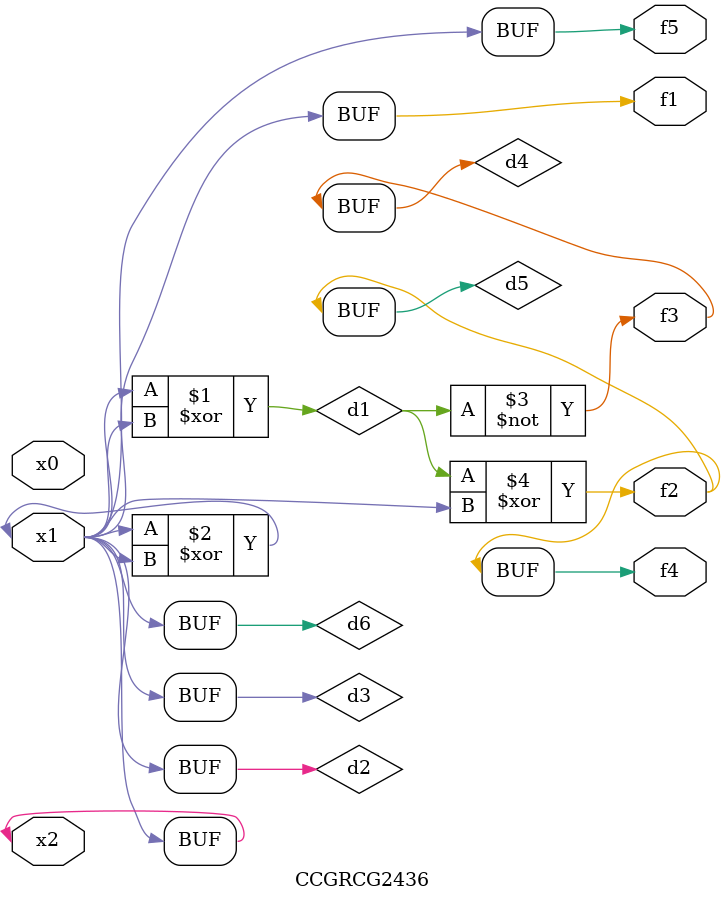
<source format=v>
module CCGRCG2436(
	input x0, x1, x2,
	output f1, f2, f3, f4, f5
);

	wire d1, d2, d3, d4, d5, d6;

	xor (d1, x1, x2);
	buf (d2, x1, x2);
	xor (d3, x1, x2);
	nor (d4, d1);
	xor (d5, d1, d2);
	buf (d6, d2, d3);
	assign f1 = d6;
	assign f2 = d5;
	assign f3 = d4;
	assign f4 = d5;
	assign f5 = d6;
endmodule

</source>
